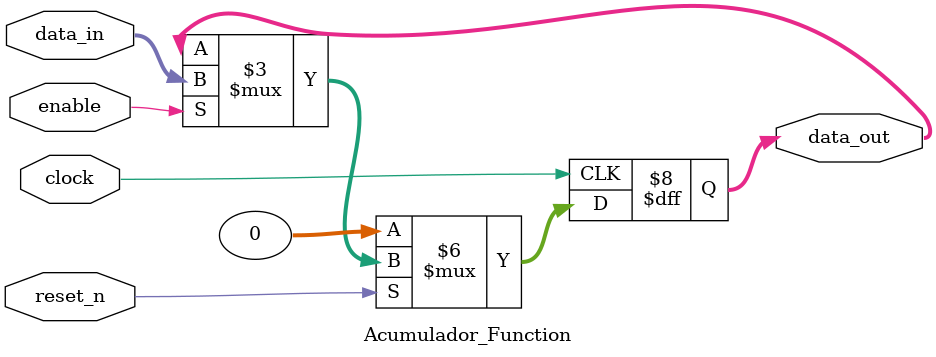
<source format=v>
module Acumulador_Function (clock, reset_n, enable, data_in, data_out);

input clock, reset_n, enable;
input [31:0] data_in;
output reg [31:0] data_out;

always @(negedge clock)
begin
	if (!reset_n)
		data_out <= 0;
	else
		if (enable) data_out <= data_in;
end

endmodule

</source>
